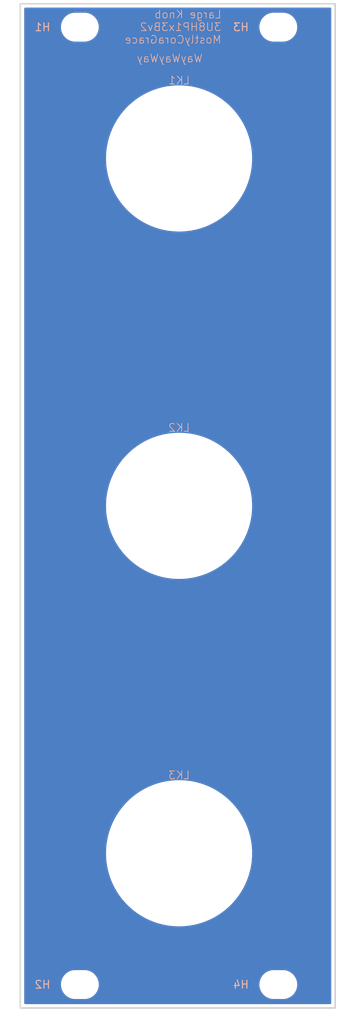
<source format=kicad_pcb>
(kicad_pcb (version 20241229) (generator "pcbnew") (generator_version "9.0")
  (layers (0 "F.Cu" signal) (2 "B.Cu" signal) (13 "F.Paste" user) (15 "B.Paste" user) (5 "F.SilkS" user "F.Silkscreen") (7 "B.SilkS" user "B.Silkscreen") (1 "F.Mask" user) (3 "B.Mask" user) (25 "Edge.Cuts" user))
  (net 0 "")
  (footprint "EXC:MountingHole_3.2mm_M3" (layer "F.Cu") (at 7.62 127.925)
    (property "Reference" "H2" (at -3.683 0 0) (layer "B.SilkS") (effects (justify left mirror)))
    (property "Value" "Eurorack_M3_MountingHole")
    (pad "" np_thru_hole oval (at 0 0) (size 4.34 3.2) (drill oval 4.34 3.2) (layers "*.Cu" "*.Mask"))
  )
  (footprint "EXC:MountingHole_3.2mm_M3" (layer "F.Cu") (at 33.02 127.925)
    (property "Reference" "H4" (at -3.683 0 0) (layer "B.SilkS") (effects (justify left mirror)))
    (property "Value" "Eurorack_M3_MountingHole")
    (pad "" np_thru_hole oval (at 0 0) (size 4.34 3.2) (drill oval 4.34 3.2) (layers "*.Cu" "*.Mask"))
  )
  (footprint "EXC:Knob_Large_20mm" (layer "F.Cu") (at 20.32 66.675)
    (property "Reference" "LK2" (at 0 -10 0) (layer "B.SilkS") (effects (font (thickness 0.1)) (justify mirror)))
    (property "Value" "20mm Large Knob")
    (pad "" np_thru_hole circle (at 0 0) (size 18.2 18.2) (drill 18.2) (layers "*.Cu" "*.Mask"))
  )
  (footprint "EXC:Knob_Large_20mm" (layer "F.Cu") (at 20.32 111.125)
    (property "Reference" "LK3" (at 0 -10 0) (layer "B.SilkS") (effects (font (thickness 0.1)) (justify mirror)))
    (property "Value" "20mm Large Knob")
    (pad "" np_thru_hole circle (at 0 0) (size 18.2 18.2) (drill 18.2) (layers "*.Cu" "*.Mask"))
  )
  (footprint "EXC:MountingHole_3.2mm_M3" (layer "F.Cu") (at 7.62 5.425)
    (property "Reference" "H1" (at -3.683 0 0) (layer "B.SilkS") (effects (justify left mirror)))
    (property "Value" "Eurorack_M3_MountingHole")
    (pad "" np_thru_hole oval (at 0 0) (size 4.34 3.2) (drill oval 4.34 3.2) (layers "*.Cu" "*.Mask"))
  )
  (footprint "EXC:MountingHole_3.2mm_M3" (layer "F.Cu") (at 33.02 5.425)
    (property "Reference" "H3" (at -3.683 0 0) (layer "B.SilkS") (effects (justify left mirror)))
    (property "Value" "Eurorack_M3_MountingHole")
    (pad "" np_thru_hole oval (at 0 0) (size 4.34 3.2) (drill oval 4.34 3.2) (layers "*.Cu" "*.Mask"))
  )
  (footprint "EXC:Knob_Large_20mm" (layer "F.Cu") (at 20.32 22.225)
    (property "Reference" "LK1" (at 0 -10 0) (layer "B.SilkS") (effects (font (thickness 0.1)) (justify mirror)))
    (property "Value" "20mm Large Knob")
    (pad "" np_thru_hole circle (at 0 0) (size 18.2 18.2) (drill 18.2) (layers "*.Cu" "*.Mask"))
  )
  (gr_rect (start 0 2.425) (end 40.3 130.925) (stroke (width 0.2)) (fill no) (layer "Edge.Cuts"))
  (gr_text "WayWayWay" (at 23.4 10 0) (layer "B.SilkS") (effects (font (size 1 1) (thickness 0.1)) (justify left bottom mirror)))
  (gr_text "Large Knob\n3U8HP1x3Bv2\nMostlyCoraGrace" (at 25.8 7.6 0) (layer "B.SilkS") (effects (font (size 1 1) (thickness 0.1)) (justify left bottom mirror)))
  (zone (net 0) (net_name "") (layers "F.Cu" "B.Cu") (connect_pads (clearance 0.5)) (min_thickness 0.25) (fill yes (thermal_gap 0.5) (thermal_bridge_width 0.5) (island_removal_mode 1) (island_area_min 10))
    (polygon (pts (xy 0 2.425) (xy 40.3 2.425) (xy 40.3 130.925) (xy 0 130.925)))
  )
)
</source>
